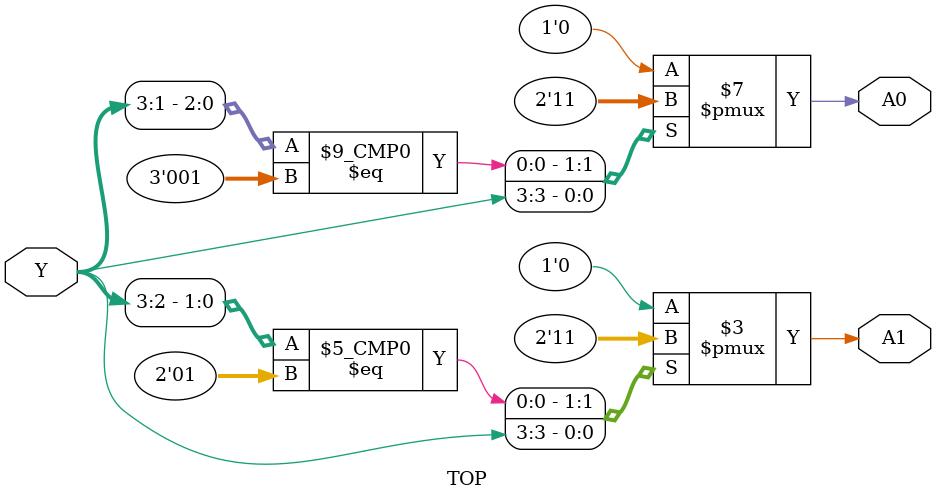
<source format=v>
`timescale 1ns / 1ps


module TOP(A0, A1, Y);
 input [3:0] Y;
 output reg A0, A1;
    
    always @ (Y)
    begin
     casex (Y)
              4'b001x : A0 = 1'b1;
              4'b1xxx : A0=1'b1;
              default : A0=1'b0;
              
      endcase
       
       casex (Y)
              4'b01xx : A1 = 1'b1;
              4'b1xxx : A1=1'b1;
              default : A1=1'b0;
              endcase
    end   
endmodule
       
       
      
      
    
   
    
    
   
</source>
